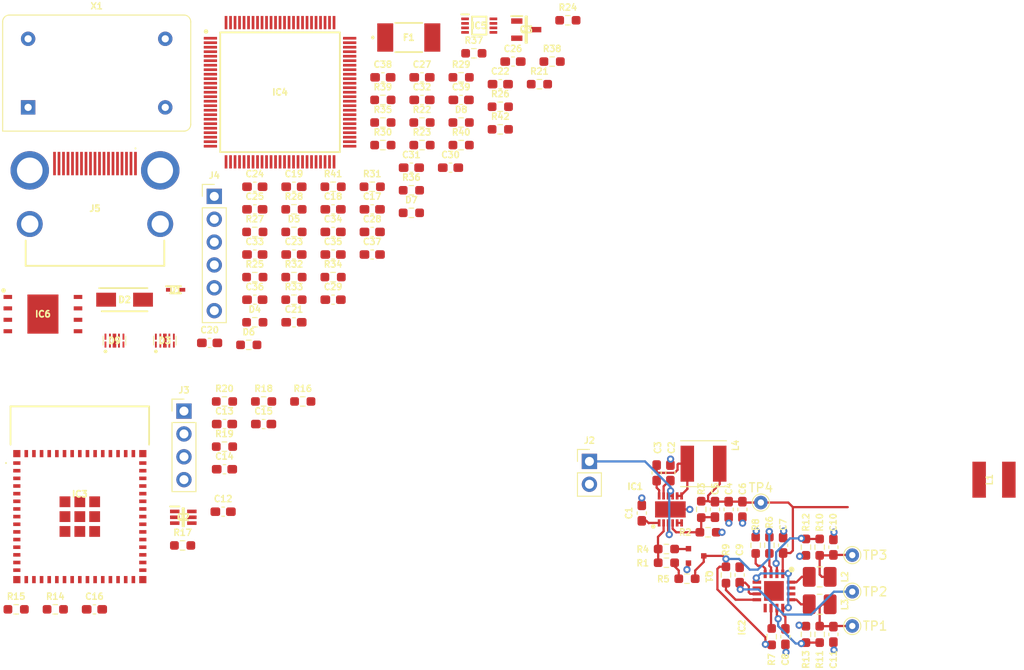
<source format=kicad_pcb>
(kicad_pcb (version 20211014) (generator pcbnew)
  (layers (0 "F.Cu" signal) (31 "B.Cu" signal) (34 "B.Paste" user) (35 "F.Paste" user) (36 "B.SilkS" user "B.Silkscreen") (37 "F.SilkS" user "F.Silkscreen") (38 "B.Mask" user) (39 "F.Mask" user) (44 "Edge.Cuts" user))
  (net 0 "")
  (net 1 "Net-(C1-Pad1)")
  (net 2 "GND")
  (net 3 "Net-(C3-Pad1)")
  (net 4 "Net-(C3-Pad2)")
  (net 5 "ISL_5V")
  (net 6 "Net-(C5-Pad1)")
  (net 7 "ISL_2V5_LDO")
  (net 8 "ISL_3V3")
  (net 9 "ISL_1V2")
  (net 10 "EN")
  (net 11 "BOOT0")
  (net 12 "HDMI_5V")
  (net 13 "HDMI_D2_P")
  (net 14 "HDMI_D2_M")
  (net 15 "HDMI_D1_P")
  (net 16 "HDMI_D1_M")
  (net 17 "HDMI_D0_P")
  (net 18 "HDMI_D0_M")
  (net 19 "HDMI_CLK_P")
  (net 20 "HDMI_CLK_M")
  (net 21 "Net-(D1-Pad2)")
  (net 22 "Net-(D2-Pad1)")
  (net 23 "HDMI_HPD")
  (net 24 "HDMI_SDA")
  (net 25 "HDMI_SCL")
  (net 26 "HDMI_CEC")
  (net 27 "ISL8500_PG")
  (net 28 "Net-(IC1-Pad10)")
  (net 29 "Net-(IC2-Pad2)")
  (net 30 "Net-(IC2-Pad3)")
  (net 31 "Net-(IC2-Pad4)")
  (net 33 "Net-(IC2-Pad8)")
  (net 34 "Net-(IC2-Pad10)")
  (net 35 "Net-(IC2-Pad11)")
  (net 36 "Net-(IC2-Pad13)")
  (net 37 "Net-(IC2-Pad16)")
  (net 62 "SPI_CS0")
  (net 63 "SPI_MOSI")
  (net 64 "SPI_SCK")
  (net 65 "SPI_MISO")
  (net 71 "TXD")
  (net 72 "RXD")
  (net 75 "Net-(IC4-Pad1)")
  (net 85 "FLASH_CS")
  (net 88 "FLASH_SI")
  (net 101 "FLASH_SO")
  (net 105 "FLASH_SCK")
  (net 107 "HDMI_TX_HPD")
  (net 119 "FPGA_TMS")
  (net 120 "FPGA_TDO")
  (net 121 "FPGA_TCK")
  (net 125 "OSC_IN")
  (net 131 "FPGA_TDI")
  (net 132 "FPGA_HDMI_SCL")
  (net 133 "FPGA_HDMI_SDA")
  (net 134 "Net-(IC5-Pad7)")
  (net 135 "Net-(IC6-Pad3)")
  (net 136 "FLASH_CLK")
  (net 137 "Net-(IC6-Pad7)")
  (net 138 "RTS")
  (net 139 "DTR")
  (net 140 "Net-(J5-Pad11)")
  (net 142 "Net-(Q1-Pad1)")
  (net 143 "PG")
  (net 144 "Net-(Q2-Pad1)")
  (net 145 "Net-(Q2-Pad2)")
  (net 146 "Net-(Q3-Pad2)")
  (net 147 "Net-(R28-Pad2)")
  (net 150 "Net-(C2-Pad1)")
  (footprint "fpga:DIOM5126X265N" (layer "F.Cu") (at 122.842 90.74)
    (fp_text reference "D2")
    (fp_text value "DIODE" hide)
  )
  (footprint "fpga:QFP50P1600X1600X120-100N" (layer "F.Cu") (at 140.117 67.685)
    (fp_text reference "IC4")
    (fp_text value "XC3S250E-4VQG100C" hide)
  )
  (footprint "TestPoint:TestPoint_THTPad_D1.5mm_Drill0.7mm" (layer "F.Cu") (at 193.548 113.284)
    (fp_text reference "TP4")
    (fp_text value "TestPoint")
  )
  (footprint "Capacitor_SMD:C_0603_1608Metric_Pad1.08x0.95mm_HandSolder" (layer "F.Cu") (at 150.362 85.72)
    (fp_text reference "C37")
    (fp_text value "100n/25V")
  )
  (footprint "Resistor_SMD:R_0603_1608Metric_Pad0.98x0.95mm_HandSolder" (layer "F.Cu") (at 141.662 88.23)
    (fp_text reference "R32")
    (fp_text value "4k7")
  )
  (footprint "Resistor_SMD:R_0603_1608Metric_Pad0.98x0.95mm_HandSolder" (layer "F.Cu") (at 198.560195 127.933 90)
    (fp_text reference "R13")
    (fp_text value "20k")
  )
  (footprint "Resistor_SMD:R_0603_1608Metric_Pad0.98x0.95mm_HandSolder" (layer "F.Cu") (at 194.496195 118.027 -90)
    (fp_text reference "R6")
    (fp_text value "0R")
  )
  (footprint "Resistor_SMD:R_0603_1608Metric_Pad0.98x0.95mm_HandSolder" (layer "F.Cu") (at 137.312 88.23)
    (fp_text reference "R25")
    (fp_text value "4k7")
  )
  (footprint "Resistor_SMD:R_0603_1608Metric_Pad0.98x0.95mm_HandSolder" (layer "F.Cu") (at 155.892 71.05)
    (fp_text reference "R22")
    (fp_text value "100k")
  )
  (footprint "fpga:SON127P800X600X80-9N-D" (layer "F.Cu") (at 113.767 92.34)
    (fp_text reference "IC6")
    (fp_text value "W25N512GVEIG" hide)
  )
  (footprint "Resistor_SMD:R_0603_1608Metric_Pad0.98x0.95mm_HandSolder" (layer "F.Cu") (at 146.012 78.19)
    (fp_text reference "R41")
    (fp_text value "49R9")
  )
  (footprint "Capacitor_SMD:C_0603_1608Metric_Pad1.08x0.95mm_HandSolder" (layer "F.Cu") (at 133.942 104.56)
    (fp_text reference "C13")
    (fp_text value "1u")
  )
  (footprint "Resistor_SMD:R_0603_1608Metric_Pad0.98x0.95mm_HandSolder" (layer "F.Cu") (at 129.292 118.05)
    (fp_text reference "R17")
    (fp_text value "0R")
  )
  (footprint "Capacitor_SMD:C_0603_1608Metric_Pad1.08x0.95mm_HandSolder" (layer "F.Cu") (at 160.242 68.54)
    (fp_text reference "C39")
    (fp_text value "100n/25V")
  )
  (footprint "Capacitor_SMD:C_0603_1608Metric_Pad1.08x0.95mm_HandSolder" (layer "F.Cu") (at 166.002 64.28)
    (fp_text reference "C26")
    (fp_text value "100n/25V")
  )
  (footprint "Capacitor_SMD:C_0603_1608Metric_Pad1.08x0.95mm_HandSolder" (layer "F.Cu") (at 141.662 78.19)
    (fp_text reference "C19")
    (fp_text value "100n/25V")
  )
  (footprint "fpga:RCLAMP0524PATCT" (layer "F.Cu") (at 127.317 95.29)
    (fp_text reference "D3")
    (fp_text value "RCLAMP0524PATCT" hide)
  )
  (footprint "Capacitor_SMD:C_0603_1608Metric_Pad1.08x0.95mm_HandSolder" (layer "F.Cu") (at 201.608195 118.24 90)
    (fp_text reference "C10")
    (fp_text value "10u/6.3V")
  )
  (footprint "Capacitor_SMD:C_0603_1608Metric_Pad1.08x0.95mm_HandSolder" (layer "F.Cu") (at 164.592 66.79)
    (fp_text reference "C22")
    (fp_text value "100n/25V")
  )
  (footprint "Resistor_SMD:R_0603_1608Metric_Pad0.98x0.95mm_HandSolder" (layer "F.Cu") (at 170.352 64.28)
    (fp_text reference "R38")
    (fp_text value "49R9")
  )
  (footprint "Resistor_SMD:R_0603_1608Metric_Pad0.98x0.95mm_HandSolder" (layer "F.Cu") (at 151.542 73.56)
    (fp_text reference "R30")
    (fp_text value "0R")
  )
  (footprint "TestPoint:TestPoint_THTPad_D1.5mm_Drill0.7mm" (layer "F.Cu") (at 203.708 123.19)
    (fp_text reference "TP2")
    (fp_text value "TestPoint")
  )
  (footprint "Resistor_SMD:R_0603_1608Metric_Pad0.98x0.95mm_HandSolder" (layer "F.Cu") (at 141.662 83.21)
    (fp_text reference "D5")
    (fp_text value "D_TVS")
  )
  (footprint "supply:TO-236AB" (layer "F.Cu") (at 186.353 119.209 90)
    (fp_text reference "Q1")
    (fp_text value "Q_NPN_BEC")
  )
  (footprint "fpga:SODFL1608X70N" (layer "F.Cu") (at 128.512 89.64)
    (fp_text reference "D1")
    (fp_text value "DIODE" hide)
  )
  (footprint "Resistor_SMD:R_0603_1608Metric_Pad0.98x0.95mm_HandSolder" (layer "F.Cu") (at 198.560195 118.24 -90)
    (fp_text reference "R12")
    (fp_text value "20k")
  )
  (footprint "Connector_PinHeader_2.54mm:PinHeader_1x04_P2.54mm_Vertical" (layer "F.Cu") (at 129.442 103.12)
    (fp_text reference "J3")
    (fp_text value "Conn_01x04")
  )
  (footprint "Capacitor_SMD:C_0603_1608Metric_Pad1.08x0.95mm_HandSolder" (layer "F.Cu") (at 137.312 80.7)
    (fp_text reference "C25")
    (fp_text value "100n/25V")
  )
  (footprint "Capacitor_SMD:C_0603_1608Metric_Pad1.08x0.95mm_HandSolder" (layer "F.Cu") (at 196.274195 128.187 -90)
    (fp_text reference "C8")
    (fp_text value "1u/10V")
  )
  (footprint "Capacitor_SMD:C_0603_1608Metric_Pad1.08x0.95mm_HandSolder" (layer "F.Cu") (at 196.020195 118.027 90)
    (fp_text reference "C7")
    (fp_text value "10u")
  )
  (footprint "Capacitor_SMD:C_0603_1608Metric_Pad1.08x0.95mm_HandSolder" (layer "F.Cu") (at 155.892 66.03)
    (fp_text reference "C27")
    (fp_text value "100n/25V")
  )
  (footprint "fpga:SOT96P237X111-3N" (layer "F.Cu") (at 167.477 60.73)
    (fp_text reference "Q3")
    (fp_text value "FDV301N" hide)
  )
  (footprint "Resistor_SMD:R_0603_1608Metric_Pad0.98x0.95mm_HandSolder" (layer "F.Cu") (at 141.662 90.74)
    (fp_text reference "R33")
    (fp_text value "49R9")
  )
  (footprint "Resistor_SMD:R_0603_1608Metric_Pad0.98x0.95mm_HandSolder" (layer "F.Cu") (at 142.642 102.05)
    (fp_text reference "R16")
    (fp_text value "0R")
  )
  (footprint "Capacitor_SMD:C_0603_1608Metric_Pad1.08x0.95mm_HandSolder" (layer "F.Cu") (at 150.362 83.21)
    (fp_text reference "C28")
    (fp_text value "100n/25V")
  )
  (footprint "Resistor_SMD:R_0603_1608Metric_Pad0.98x0.95mm_HandSolder" (layer "F.Cu") (at 154.712 78.58)
    (fp_text reference "R36")
    (fp_text value "49R9")
  )
  (footprint "supply:NR5040T4R7N" (layer "F.Cu") (at 219.456 110.744 90)
    (fp_text reference "L1")
    (fp_text value "4.7u")
  )
  (footprint "Resistor_SMD:R_0603_1608Metric_Pad0.98x0.95mm_HandSolder" (layer "F.Cu") (at 164.592 71.81)
    (fp_text reference "R42")
    (fp_text value "0R")
  )
  (footprint "Inductor_SMD:L_Taiyo-Yuden_NR-50xx" (layer "F.Cu") (at 187.176 108.966)
    (fp_text reference "L4")
    (fp_text value "4.7u")
  )
  (footprint "Resistor_SMD:R_0603_1608Metric_Pad0.98x0.95mm_HandSolder" (layer "F.Cu") (at 154.712 81.09)
    (fp_text reference "D7")
    (fp_text value "D_TVS")
  )
  (footprint "Resistor_SMD:R_0603_1608Metric_Pad0.98x0.95mm_HandSolder" (layer "F.Cu") (at 200.084195 118.24 90)
    (fp_text reference "R10")
    (fp_text value "62k5")
  )
  (footprint "Capacitor_SMD:C_0603_1608Metric_Pad1.08x0.95mm_HandSolder" (layer "F.Cu") (at 151.542 66.03)
    (fp_text reference "C38")
    (fp_text value "100n/25V")
  )
  (footprint "Capacitor_SMD:C_0603_1608Metric_Pad1.08x0.95mm_HandSolder" (layer "F.Cu") (at 137.312 85.72)
    (fp_text reference "C33")
    (fp_text value "100n/25V")
  )
  (footprint "Capacitor_SMD:C_0603_1608Metric_Pad1.08x0.95mm_HandSolder" (layer "F.Cu") (at 189.97 114.046 -90)
    (fp_text reference "C4")
    (fp_text value "47u/6.3V")
  )
  (footprint "fpga:RCLAMP0524PATCT" (layer "F.Cu") (at 121.717 95.29)
    (fp_text reference "D9")
    (fp_text value "RCLAMP0524PATCT" hide)
  )
  (footprint "Resistor_SMD:R_0603_1608Metric_Pad0.98x0.95mm_HandSolder" (layer "F.Cu") (at 200.084195 127.933 -90)
    (fp_text reference "R11")
    (fp_text value "10k")
  )
  (footprint "Resistor_SMD:R_0603_1608Metric_Pad0.98x0.95mm_HandSolder" (layer "F.Cu") (at 136.642 95.76)
    (fp_text reference "D6")
    (fp_text value "D_TVS")
  )
  (footprint "supply:QFN65P400X400X75-17N" (layer "F.Cu") (at 195.004195 123.107 -90)
    (fp_text reference "IC2")
    (fp_text value "ISL9307IRTAANFZ-T7A" hide)
  )
  (footprint "Resistor_SMD:R_0603_1608Metric_Pad0.98x0.95mm_HandSolder" (layer "F.Cu") (at 137.312 93.25)
    (fp_text reference "D4")
    (fp_text value "D_TVS")
  )
  (footprint "Capacitor_SMD:C_0603_1608Metric_Pad1.08x0.95mm_HandSolder" (layer "F.Cu") (at 201.608195 127.933 -90)
    (fp_text reference "C11")
    (fp_text value "10u/6.3V")
  )
  (footprint "Resistor_SMD:R_0603_1608Metric_Pad0.98x0.95mm_HandSolder" (layer "F.Cu") (at 110.792 125.15)
    (fp_text reference "R15")
    (fp_text value "0R")
  )
  (footprint "Capacitor_SMD:C_0603_1608Metric_Pad1.08x0.95mm_HandSolder" (layer "F.Cu") (at 146.012 80.7)
    (fp_text reference "C18")
    (fp_text value "100n/25V")
  )
  (footprint "TestPoint:TestPoint_THTPad_D1.5mm_Drill0.7mm" (layer "F.Cu") (at 203.708 127)
    (fp_text reference "TP1")
    (fp_text value "TestPoint")
  )
  (footprint "Capacitor_SMD:C_0603_1608Metric_Pad1.08x0.95mm_HandSolder" (layer "F.Cu") (at 133.792 114.3)
    (fp_text reference "C12")
    (fp_text value "100n/25V")
  )
  (footprint "Capacitor_SMD:C_0603_1608Metric_Pad1.08x0.95mm_HandSolder" (layer "F.Cu") (at 138.292 104.56)
    (fp_text reference "C15")
    (fp_text value "100n/25V")
  )
  (footprint "Resistor_SMD:R_0603_1608Metric_Pad0.98x0.95mm_HandSolder" (layer "F.Cu") (at 187.684 116.586)
    (fp_text reference "R2")
    (fp_text value "57.1k")
  )
  (footprint "Capacitor_SMD:C_0603_1608Metric_Pad1.08x0.95mm_HandSolder" (layer "F.Cu") (at 133.942 109.58)
    (fp_text reference "C14")
    (fp_text value "100u")
  )
  (footprint "TestPoint:TestPoint_THTPad_D1.5mm_Drill0.7mm" (layer "F.Cu") (at 203.708 119.126)
    (fp_text reference "TP3")
    (fp_text value "TestPoint")
  )
  (footprint "Resistor_SMD:R_0603_1608Metric_Pad0.98x0.95mm_HandSolder" (layer "F.Cu") (at 161.652 63.36)
    (fp_text reference "R37")
    (fp_text value "49R9")
  )
  (footprint "Resistor_SMD:R_0603_1608Metric_Pad0.98x0.95mm_HandSolder" (layer "F.Cu") (at 186.922 114.046 90)
    (fp_text reference "R3")
    (fp_text value "301k")
  )
  (footprint "Oscillator:Oscillator_DIP-14" (layer "F.Cu") (at 112.122 69.37)
    (fp_text reference "X1")
    (fp_text value "ECS-2016MV-500-BN-TR3")
  )
  (footprint "Capacitor_SMD:C_0603_1608Metric_Pad1.08x0.95mm_HandSolder" (layer "F.Cu") (at 146.012 90.74)
    (fp_text reference "C29")
    (fp_text value "100n/25V")
  )
  (footprint "Resistor_SMD:R_0603_1608Metric_Pad0.98x0.95mm_HandSolder" (layer "F.Cu") (at 185.337 121.749 180)
    (fp_text reference "R5")
    (fp_text value "3k3")
  )
  (footprint "uc:SOT65P210X110-6N" (layer "F.Cu") (at 129.367 114.92)
    (fp_text reference "Q2")
    (fp_text value "MBT3904DW1T3G" hide)
  )
  (footprint "Resistor_SMD:R_0603_1608Metric_Pad0.98x0.95mm_HandSolder" (layer "F.Cu") (at 192.972195 118.027 -90)
    (fp_text reference "R8")
    (fp_text value "0R")
  )
  (footprint "Capacitor_SMD:C_0603_1608Metric_Pad1.08x0.95mm_HandSolder" (layer "F.Cu") (at 119.492 125.15)
    (fp_text reference "C16")
    (fp_text value "100n/25V")
  )
  (footprint "Resistor_SMD:R_0603_1608Metric_Pad0.98x0.95mm_HandSolder" (layer "F.Cu") (at 160.242 73.56)
    (fp_text reference "R40")
    (fp_text value "DNP")
  )
  (footprint "Inductor_SMD:L_1008_2520Metric_Pad1.43x2.20mm_HandSolder" (layer "F.Cu") (at 200.084195 121.542)
    (fp_text reference "L2")
    (fp_text value "1.5u")
  )
  (footprint "Capacitor_SMD:C_0603_1608Metric_Pad1.08x0.95mm_HandSolder" (layer "F.Cu") (at 155.892 68.54)
    (fp_text reference "C32")
    (fp_text value "100n/25V")
  )
  (footprint "uc:ESP32S2MINI1N4R2" (layer "F.Cu") (at 117.867 114.845)
    (fp_text reference "IC3")
    (fp_text value "ESP32-S2-MINI-1-N4R2" hide)
  )
  (footprint "Capacitor_SMD:C_0603_1608Metric_Pad1.08x0.95mm_HandSolder" (layer "F.Cu") (at 180.318 114.4535 90)
    (fp_text reference "C1")
    (fp_text value "22n/50V")
  )
  (footprint "Capacitor_SMD:C_0603_1608Metric_Pad1.08x0.95mm_HandSolder" (layer "F.Cu") (at 159.062 76.07)
    (fp_text reference "C30")
    (fp_text value "100n/25V")
  )
  (footprint "Resistor_SMD:R_0603_1608Metric_Pad0.98x0.95mm_HandSolder" (layer "F.Cu") (at 151.542 68.54)
    (fp_text reference "R39")
    (fp_text value "49R9")
  )
  (footprint "Capacitor_SMD:C_0603_1608Metric_Pad1.08x0.95mm_HandSolder" (layer "F.Cu") (at 141.662 93.25)
    (fp_text reference "C21")
    (fp_text value "100n/25V")
  )
  (footprint "Resistor_SMD:R_0603_1608Metric_Pad0.98x0.95mm_HandSolder" (layer "F.Cu") (at 183.051 118.447)
    (fp_text reference "R4")
    (fp_text value "47k")
  )
  (footprint "Resistor_SMD:R_0603_1608Metric_Pad0.98x0.95mm_HandSolder" (layer "F.Cu") (at 172.102 59.69)
    (fp_text reference "R24")
    (fp_text value "10k")
  )
  (footprint "Capacitor_SMD:C_0603_1608Metric_Pad1.08x0.95mm_HandSolder" (layer "F.Cu") (at 146.012 85.72)
    (fp_text reference "C35")
    (fp_text value "100n/25V")
  )
  (footprint "Capacitor_SMD:C_0603_1608Metric_Pad1.08x0.95mm_HandSolder" (layer "F.Cu") (at 150.362 80.7)
    (fp_text reference "C17")
    (fp_text value "100n/25V")
  )
  (footprint "Resistor_SMD:R_0603_1608Metric_Pad0.98x0.95mm_HandSolder" (layer "F.Cu") (at 155.892 73.56)
    (fp_text reference "R23")
    (fp_text value "0R")
  )
  (footprint "Resistor_SMD:R_0603_1608Metric_Pad0.98x0.95mm_HandSolder" (layer "F.Cu") (at 151.542 71.05)
    (fp_text reference "R35")
    (fp_text value "49R9")
  )
  (footprint "Resistor_SMD:R_0603_1608Metric_Pad0.98x0.95mm_HandSolder" (layer "F.Cu") (at 133.942 102.05)
    (fp_text reference "R20")
    (fp_text value "10k")
  )
  (footprint "Capacitor_SMD:C_0603_1608Metric_Pad1.08x0.95mm_HandSolder" (layer "F.Cu") (at 191.194195 121.329 90)
    (fp_text reference "C9")
    (fp_text value "1u/10V")
  )
  (footprint "Resistor_SMD:R_0603_1608Metric_Pad0.98x0.95mm_HandSolder" (layer "F.Cu") (at 160.242 66.03)
    (fp_text reference "R29")
    (fp_text value "0R")
  )
  (footprint "Capacitor_SMD:C_0603_1608Metric_Pad1.08x0.95mm_HandSolder" (layer "F.Cu") (at 181.969 109.982 -90)
    (fp_text reference "C3")
    (fp_text value "100n/25V")
  )
  (footprint "Capacitor_SMD:C_0603_1608Metric_Pad1.08x0.95mm_HandSolder" (layer "F.Cu") (at 183.493 109.982 90)
    (fp_text reference "C2")
    (fp_text value "1u/10V")
  )
  (footprint "Capacitor_SMD:C_0603_1608Metric_Pad1.08x0.95mm_HandSolder" (layer "F.Cu") (at 137.312 90.74)
    (fp_text reference "C36")
    (fp_text value "100n/25V")
  )
  (footprint "Resistor_SMD:R_0603_1608Metric_Pad0.98x0.95mm_HandSolder" (layer "F.Cu") (at 160.242 71.05)
    (fp_text reference "D8")
    (fp_text value "D_TVS")
  )
  (footprint "Resistor_SMD:R_0603_1608Metric_Pad0.98x0.95mm_HandSolder" (layer "F.Cu") (at 150.362 78.19)
    (fp_text reference "R31")
    (fp_text value "4k7")
  )
  (footprint "fpga:HD0419THTR" (layer "F.Cu") (at 119.554 81.173)
    (fp_text reference "J5")
    (fp_text value "HDMI_A" hide)
  )
  (footprint "Resistor_SMD:R_0603_1608Metric_Pad0.98x0.95mm_HandSolder" (layer "F.Cu") (at 138.292 102.05)
    (fp_text reference "R18")
    (fp_text value "0R")
  )
  (footprint "Capacitor_SMD:C_0603_1608Metric_Pad1.08x0.95mm_HandSolder" (layer "F.Cu") (at 137.312 78.19)
    (fp_text reference "C24")
    (fp_text value "100n/25V")
  )
  (footprint "Resistor_SMD:R_0603_1608Metric_Pad0.98x0.95mm_HandSolder" (layer "F.Cu") (at 133.942 107.07)
    (fp_text reference "R19")
    (fp_text value "10k")
  )
  (footprint "Inductor_SMD:L_1008_2520Metric_Pad1.43x2.20mm_HandSolder" (layer "F.Cu") (at 200.084195 124.59)
    (fp_text reference "L3")
    (fp_text value "1.5u/2.4A")
  )
  (footprint "fpga:1812L010DR" (layer "F.Cu") (at 154.422 61.605)
    (fp_text reference "F1")
    (fp_text value "1812L160_12DR" hide)
  )
  (footprint "Capacitor_SMD:C_0603_1608Metric_Pad1.08x0.95mm_HandSolder" (layer "F.Cu") (at 132.292 95.54)
    (fp_text reference "C20")
    (fp_text value "100n/25V")
  )
  (footprint "Capacitor_SMD:C_0603_1608Metric_Pad1.08x0.95mm_HandSolder" (layer "F.Cu") (at 188.446 114.046 90)
    (fp_text reference "C5")
    (fp_text value "47u/6.3V")
  )
  (footprint "Capacitor_SMD:C_0603_1608Metric_Pad1.08x0.95mm_HandSolder" (layer "F.Cu") (at 191.494 114.046 -90)
    (fp_text reference "C6")
    (fp_text value "22u/6.3V")
  )
  (footprint "fpga:SOP50P310X90-8N" (layer "F.Cu") (at 162.252 60.285)
    (fp_text reference "IC5")
    (fp_text value "PCA9306DCUR" hide)
  )
  (footprint "Resistor_SMD:R_0603_1608Metric_Pad0.98x0.95mm_HandSolder" (layer "F.Cu") (at 189.670195 121.329 -90)
    (fp_text reference "R9")
    (fp_text value "0R")
  )
  (footprint "Resistor_SMD:R_0603_1608Metric_Pad0.98x0.95mm_HandSolder" (layer "F.Cu") (at 141.662 80.7)
    (fp_text reference "R28")
    (fp_text value "0R")
  )
  (footprint "Resistor_SMD:R_0603_1608Metric_Pad0.98x0.95mm_HandSolder" (layer "F.Cu") (at 137.312 83.21)
    (fp_text reference "R27")
    (fp_text value "200k")
  )
  (footprint "Resistor_SMD:R_0603_1608Metric_Pad0.98x0.95mm_HandSolder" (layer "F.Cu") (at 164.592 69.3)
    (fp_text reference "R26")
    (fp_text value "4k7")
  )
  (footprint "Resistor_SMD:R_0603_1608Metric_Pad0.98x0.95mm_HandSolder" (layer "F.Cu") (at 168.942 66.79)
    (fp_text reference "R21")
    (fp_text value "0R")
  )
  (footprint "Capacitor_SMD:C_0603_1608Metric_Pad1.08x0.95mm_HandSolder" (layer "F.Cu") (at 146.012 83.21)
    (fp_text reference "C34")
    (fp_text value "100n/25V")
  )
  (footprint "Resistor_SMD:R_0603_1608Metric_Pad0.98x0.95mm_HandSolder" (layer "F.Cu") (at 194.750195 128.187 90)
    (fp_text reference "R7")
    (fp_text value "0R")
  )
  (footprint "Connector_PinHeader_2.54mm:PinHeader_1x02_P2.54mm_Vertical" (layer "F.Cu") (at 174.498 108.712)
    (fp_text reference "J2")
    (fp_text value "Conn_01x02_Male")
  )
  (footprint "Resistor_SMD:R_0603_1608Metric_Pad0.98x0.95mm_HandSolder" (layer "F.Cu") (at 146.012 88.23)
    (fp_text reference "R34")
    (fp_text value "49R9")
  )
  (footprint "Capacitor_SMD:C_0603_1608Metric_Pad1.08x0.95mm_HandSolder" (layer "F.Cu") (at 141.662 85.72)
    (fp_text reference "C23")
    (fp_text value "100n/25V")
  )
  (footprint "Resistor_SMD:R_0603_1608Metric_Pad0.98x0.95mm_HandSolder" (layer "F.Cu") (at 115.142 125.15)
    (fp_text reference "R14")
    (fp_text value "10k")
  )
  (footprint "Resistor_SMD:R_0603_1608Metric_Pad0.98x0.95mm_HandSolder" (layer "F.Cu") (at 183.051 119.971 180)
    (fp_text reference "R1")
    (fp_text value "10k")
  )
  (footprint "Capacitor_SMD:C_0603_1608Metric_Pad1.08x0.95mm_HandSolder" (layer "F.Cu") (at 154.712 76.07)
    (fp_text reference "C31")
    (fp_text value "100n/25V")
  )
  (footprint "supply:SON50P300X400X90-13N" (layer "F.Cu") (at 183.493 114.046 90)
    (fp_text reference "IC1")
    (fp_text value "ISL85003FRZ" hide)
  )
  (footprint "Connector_PinHeader_2.54mm:PinHeader_1x06_P2.54mm_Vertical" (layer "F.Cu") (at 132.812 79.26)
    (fp_text reference "J4")
    (fp_text value "JTAG")
  )
  (segment (start 180.318 115.316) (end 180.826 115.316) (width 0.25) (layer "F.Cu") (net 1))
  (segment (start 181.104 115.546) (end 182.243 115.546) (width 0.25) (layer "F.Cu") (net 1))
  (segment (start 180.826 115.316) (end 181.08 115.57) (width 0.25) (layer "F.Cu") (net 1))
  (segment (start 181.08 115.57) (end 181.104 115.546) (width 0.25) (layer "F.Cu") (net 1))
  (segment (start 201.608195 116.653805) (end 201.676 116.586) (width 0.25) (layer "F.Cu") (net 2))
  (segment (start 189.97 115.548) (end 189.992 115.57) (width 0.25) (layer "F.Cu") (net 2))
  (segment (start 189.97 114.9085) (end 189.97 115.548) (width 0.25) (layer "F.Cu") (net 2))
  (segment (start 201.608195 128.7955) (end 201.608195 129.599195) (width 0.25) (layer "F.Cu") (net 2))
  (segment (start 188.5965 116.586) (end 189.23 116.586) (width 0.25) (layer "F.Cu") (net 2))
  (segment (start 191.494 115.802) (end 191.494 114.9085) (width 0.25) (layer "F.Cu") (net 2))
  (segment (start 183.493 114.046) (end 185.652 114.046) (width 0.25) (layer "F.Cu") (net 2))
  (segment (start 196.020195 116.526805) (end 196.020195 117.1645) (width 0.25) (layer "F.Cu") (net 2))
  (segment (start 197.866 119.253) (end 197.9665 119.1525) (width 0.25) (layer "F.Cu") (net 2))
  (segment (start 185.503 120.567) (end 185.337 120.733) (width 0.25) (layer "F.Cu") (net 2))
  (segment (start 192.972195 116.526805) (end 192.972195 117.1145) (width 0.25) (layer "F.Cu") (net 2))
  (segment (start 184.243 115.546) (end 184.743 115.546) (width 0.25) (layer "F.Cu") (net 2))
  (segment (start 196.088 116.459) (end 196.020195 116.526805) (width 0.25) (layer "F.Cu") (net 2))
  (segment (start 183.493 109.1195) (end 183.493 108.48) (width 0.25) (layer "F.Cu") (net 2))
  (segment (start 197.901695 127.0205) (end 197.798195 126.917) (width 0.25) (layer "F.Cu") (net 2))
  (segment (start 197.9665 119.1525) (end 198.560195 119.1525) (width 0.25) (layer "F.Cu") (net 2))
  (segment (start 183.493 108.48) (end 183.515 108.458) (width 0.25) (layer "F.Cu") (net 2))
  (segment (start 193.04 116.459) (end 192.972195 116.526805) (width 0.25) (layer "F.Cu") (net 2))
  (segment (start 180.318 113.591) (end 180.318 112.776) (width 0.25) (layer "F.Cu") (net 2))
  (segment (start 201.608195 129.599195) (end 201.676 129.667) (width 0.25) (layer "F.Cu") (net 2))
  (segment (start 196.274195 129.853195) (end 196.342 129.921) (width 0.25) (layer "F.Cu") (net 2))
  (segment (start 198.560195 127.0205) (end 197.901695 127.0205) (width 0.25) (layer "F.Cu") (net 2))
  (segment (start 185.503 120.009) (end 185.503 120.567) (width 0.25) (layer "F.Cu") (net 2))
  (segment (start 196.274195 129.0495) (end 196.274195 129.853195) (width 0.25) (layer "F.Cu") (net 2))
  (segment (start 201.608195 117.3775) (end 201.608195 116.653805) (width 0.25) (layer "F.Cu") (net 2))
  (segment (start 191.516 115.57) (end 191.494 115.802) (width 0.25) (layer "F.Cu") (net 2))
  (via (at 201.676 116.586) (size 0.8) (drill 0.4) (layers "F.Cu" "B.Cu") (net 2))
  (via (at 201.676 129.667) (size 0.8) (drill 0.4) (layers "F.Cu" "B.Cu") (net 2))
  (via (at 191.516 115.57) (size 0.8) (drill 0.4) (layers "F.Cu" "B.Cu") (net 2))
  (via (at 180.318 112.776) (size 0.8) (drill 0.4) (layers "F.Cu" "B.Cu") (net 2))
  (via (at 196.088 116.459) (size 0.8) (drill 0.4) (layers "F.Cu" "B.Cu") (net 2))
  (via (at 185.337 120.733) (size 0.8) (drill 0.4) (layers "F.Cu" "B.Cu") (net 2))
  (via (at 183.515 108.458) (size 0.8) (drill 0.4) (layers "F.Cu" "B.Cu") (net 2))
  (via (at 189.23 116.586) (size 0.8) (drill 0.4) (layers "F.Cu" "B.Cu") (net 2))
  (via (at 196.342 129.921) (size 0.8) (drill 0.4) (layers "F.Cu" "B.Cu") (net 2))
  (via (at 197.866 119.253) (size 0.8) (drill 0.4) (layers "F.Cu" "B.Cu") (net 2))
  (via (at 197.798195 126.917) (size 0.8) (drill 0.4) (layers "F.Cu" "B.Cu") (net 2))
  (via (at 185.652 114.046) (size 0.8) (drill 0.4) (layers "F.Cu" "B.Cu") (net 2))
  (via (at 193.04 116.459) (size 0.8) (drill 0.4) (layers "F.Cu" "B.Cu") (net 2))
  (via (at 189.992 115.57) (size 0.8) (drill 0.4) (layers "F.Cu" "B.Cu") (net 2))
  (segment (start 185.376 111.738) (end 185.376 108.966) (width 0.25) (layer "F.Cu") (net 3))
  (segment (start 184.612 112.546) (end 184.743 112.546) (width 0.25) (layer "F.Cu") (net 3))
  (segment (start 184.29252 109.05548) (end 184.382 108.966) (width 0.25) (layer "F.Cu") (net 3))
  (segment (start 184.743 112.415) (end 185.398 111.76) (width 0.25) (layer "F.Cu") (net 3))
  (segment (start 184.382 108.966) (end 185.376 108.966) (width 0.25) (layer "F.Cu") (net 3))
  (segment (start 184.243 112.546) (end 184.406 112.546) (width 0.25) (layer "F.Cu") (net 3))
  (segment (start 182.096 109.982) (end 183.962816 109.982) (width 0.25) (layer "F.Cu") (net 3))
  (segment (start 184.243 112.546) (end 184.29252 112.49648) (width 0.25) (layer "F.Cu") (net 3))
  (segment (start 184.743 112.546) (end 184.743 112.415) (width 0.25) (layer "F.Cu") (net 3))
  (segment (start 184.29252 109.652296) (end 184.29252 109.05548) (width 0.25) (layer "F.Cu") (net 3))
  (segment (start 184.406 112.546) (end 184.612 112.546) (width 0.25) (layer "F.Cu") (net 3))
  (segment (start 185.398 111.76) (end 185.376 111.738) (width 0.25) (layer "F.Cu") (net 3))
  (segment (start 183.962816 109.982) (end 184.29252 109.652296) (width 0.25) (layer "F.Cu") (net 3))
  (segment (start 181.969 109.855) (end 182.096 109.982) (width 0.25) (layer "F.Cu") (net 3))
  (segment (start 181.969 109.1195) (end 181.969 109.855) (width 0.25) (layer "F.Cu") (net 3))
  (segment (start 181.969 111.633) (end 181.969 110.9715) (width 0.25) (layer "F.Cu") (net 4))
  (segment (start 182.243 111.907) (end 181.969 111.633) (width 0.25) (layer "F.Cu") (net 4))
  (segment (start 182.243 112.546) (end 182.243 111.907) (width 0.25) (layer "F.Cu") (net 4))
  (segment (start 196.596 113.284) (end 197.104 113.792) (width 0.25) (layer "F.Cu") (net 5))
  (segment (start 196.557 125.007) (end 196.596 124.968) (width 0.25) (layer "F.Cu") (net 5))
  (segment (start 187.5805 113.1335) (end 187.684 113.03) (width 0.25) (layer "F.Cu") (net 5))
  (segment (start 196.274195 125.9825) (end 196.274195 127.3245) (width 0.25) (layer "F.Cu") (net 5))
  (segment (start 191.494 113.1835) (end 191.5945 113.284) (width 0.25) (layer "F.Cu") (net 5))
  (segment (start 197.104 113.792) (end 203.2 113.792) (width 0.25) (layer "F.Cu") (net 5))
  (segment (start 193.104195 122.132) (end 193.104195 121.730195) (width 0.25) (layer "F.Cu") (net 5))
  (segment (start 195.979195 125.007) (end 195.979195 125.6875) (width 0.25) (layer "F.Cu") (net 5))
  (segment (start 188.446 113.1835) (end 187.8375 113.1835) (width 0.25) (layer "F.Cu") (net 5))
  (segment (start 195.979195 118.9305) (end 196.020195 118.8895) (width 0.25) (layer "F.Cu") (net 5))
  (segment (start 195.979195 121.207) (end 196.547 121.207) (width 0.25) (layer "F.Cu") (net 5))
  (segment (start 196.547 121.207) (end 196.596 121.158) (width 0.25) (layer "F.Cu") (net 5))
  (segment (start 186.922 113.1335) (end 187.5805 113.1335) (width 0.25) (layer "F.Cu") (net 5))
  (segment (start 184.4245 120.8365) (end 184.4245 121.749) (width 0.25) (layer "F.Cu") (net 5))
  (segment (start 193.104195 121.730195) (end 193.04 121.666) (width 0.25) (layer "F.Cu") (net 5))
  (segment (start 187.684 112.522) (end 188.976 111.23) (width 0.25) (layer "F.Cu") (net 5))
  (segment (start 197.104 113.792) (end 197.104 118.618) (width 0.25) (layer "F.Cu") (net 5))
  (segment (start 183.9635 119.971) (end 183.9635 120.3755) (width 0.25) (layer "F.Cu") (net 5))
  (segment (start 183.9635 120.3755) (end 184.4245 120.8365) (width 0.25) (layer "F.Cu") (net 5))
  (segment (start 197.104 118.618) (end 196.8325 118.8895) (width 0.25) (layer "F.Cu") (net 5))
  (segment (start 191.5945 113.284) (end 193.548 113.284) (width 0.25) (layer "F.Cu") (net 5))
  (segment (start 188.976 111.23) (end 188.976 108.966) (width 0.25) (layer "F.Cu") (net 5))
  (segment (start 195.979195 125.007) (end 196.557 125.007) (width 0.25) (layer "F.Cu") (net 5))
  (segment (start 196.8325 118.8895) (end 196.020195 118.8895) (width 0.25) (layer "F.Cu") (net 5))
  (segment (start 187.8375 113.1835) (end 187.684 113.03) (width 0.25) (layer "F.Cu") (net 5))
  (segment (start 187.684 113.03) (end 187.684 112.522) (width 0.25) (layer "F.Cu") (net 5))
  (segment (start 188.446 113.1835) (end 191.494 113.1835) (width 0.25) (layer "F.Cu") (net 5))
  (segment (start 193.548 113.284) (end 196.596 113.284) (width 0.25) (layer "F.Cu") (net 5))
  (segment (start 195.979195 125.6875) (end 196.274195 125.9825) (width 0.25) (layer "F.Cu") (net 5))
  (segment (start 195.979195 121.207) (end 195.979195 118.9305) (width 0.25) (layer "F.Cu") (net 5))
  (via (at 196.596 121.158) (size 0.8) (drill 0.4) (layers "F.Cu" "B.Cu") (net 5))
  (via (at 193.04 121.666) (size 0.8) (drill 0.4) (layers "F.Cu" "B.Cu") (net 5))
  (via (at 196.596 124.968) (size 0.8) (drill 0.4) (layers "F.Cu" "B.Cu") (net 5))
  (segment (start 196.596 124.968) (end 196.596 121.158) (width 0.25) (layer "B.Cu") (net 5))
  (segment (start 193.548 121.158) (end 193.04 121.666) (width 0.25) (layer "B.Cu") (net 5))
  (segment (start 196.596 121.158) (end 193.548 121.158) (width 0.25) (layer "B.Cu") (net 5))
  (segment (start 184.090511 116.539897) (end 184.090511 116.543511) (width 0.25) (layer "F.Cu") (net 6))
  (segment (start 186.922 115.2595) (end 186.7715 115.109) (width 0.25) (layer "F.Cu") (net 6))
  (segment (start 184.133 116.586) (end 186.7715 116.586) (width 0.25) (layer "F.Cu") (net 6))
  (segment (start 186.7715 116.586) (end 186.922 116.4355) (width 0.25) (layer "F.Cu") (net 6))
  (segment (start 183.743 116.192386) (end 184.090511 116.539897) (width 0.25) (layer "F.Cu") (net 6))
  (segment (start 188.446 114.9085) (end 186.972 114.9085) (width 0.25) (layer "F.Cu") (net 6))
  (segment (start 186.922 116.4355) (end 186.922 115.2595) (width 0.25) (layer "F.Cu") (net 6))
  (segment (start 183.743 115.546) (end 183.743 116.192386) (width 0.25) (layer "F.Cu") (net 6))
  (segment (start 184.090511 116.543511) (end 184.133 116.586) (width 0.25) (layer "F.Cu") (net 6))
  (segment (start 193.104195 123.432) (end 192.379195 123.432) (width 0.25) (layer "F.Cu") (net 7))
  (segment (start 192.210195 123.263) (end 192.210195 122.599) (width 0.25) (layer "F.Cu") (net 7))
  (segment (start 192.210195 122.599) (end 191.802695 122.1915) (width 0.25) (layer "F.Cu") (net 7))
  (segment (start 191.802695 122.1915) (end 191.194195 122.1915) (width 0.25) (layer "F.Cu") (net 7))
  (segment (start 191.262 122.936) (end 191.194195 122.868195) (width 0.25) (layer "F.Cu") (net 7))
  (segment (start 191.194195 122.868195) (end 191.194195 122.1915) (width 0.25) (layer "F.Cu") (net 7))
  (segment (start 192.379195 123.432) (end 192.210195 123.263) (width 0.25) (layer "F.Cu") (net 7))
  (via (at 191.262 122.936) (size 0.8) (drill 0.4) (layers "F.Cu" "B.Cu") (net 7))
  (segment (start 191.262 122.936) (end 193.294 122.936) (width 0.25) (layer "B.Cu") (net 7))
  (segment (start 196.088 125.73) (end 199.136 125.73) (width 0.25) (layer "B.Cu") (net 7))
  (segment (start 193.294 122.936) (end 196.088 125.73) (width 0.25) (layer "B.Cu") (net 7))
  (segment (start 201.676 123.19) (end 203.708 123.19) (width 0.25) (layer "B.Cu") (net 7))
  (segment (start 199.136 125.73) (end 201.676 123.19) (width 0.25) (layer "B.Cu") (net 7))
  (segment (start 200.084195 119.1525) (end 200.084195 121.288) (width 0.25) (layer "F.Cu") (net 8))
  (segment (start 203.6845 119.1025) (end 201.608195 119.1025) (width 0.25) (layer "F.Cu") (net 8))
  (segment (start 203.708 119.126) (end 203.6845 119.1025) (width 0.25) (layer "F.Cu") (net 8))
  (segment (start 200.084195 119.1525) (end 201.558195 119.1525) (width 0.25) (layer "F.Cu") (net 8))
  (segment (start 200.134195 119.1025) (end 200.084195 119.1525) (width 0.25) (layer "F.Cu") (net 8))
  (segment (start 201.558195 119.1525) (end 201.608195 119.1025) (width 0.25) (layer "F.Cu") (net 8))
  (segment (start 200.084195 121.288) (end 200.338195 121.542) (width 0.25) (layer "F.Cu") (net 8))
  (segment (start 200.338195 121.542) (end 201.246695 121.542) (width 0.25) (layer "F.Cu") (net 8))
  (segment (start 203.708 127) (end 201.678695 127) (width 0.25) (layer "F.Cu") (net 9))
  (segment (start 200.084195 124.885) (end 200.084195 127.0205) (width 0.25) (layer "F.Cu") (net 9))
  (segment (start 200.379195 124.59) (end 200.084195 124.885) (width 0.25) (layer "F.Cu") (net 9))
  (segment (start 201.558195 127.0205) (end 201.608195 127.0705) (width 0.25) (layer "F.Cu") (net 9))
  (segment (start 201.246695 124.59) (end 200.379195 124.59) (width 0.25) (layer "F.Cu") (net 9))
  (segment (start 201.678695 127) (end 201.608195 127.0705) (width 0.25) (layer "F.Cu") (net 9))
  (segment (start 200.084195 127.0205) (end 201.558195 127.0205) (width 0.25) (layer "F.Cu") (net 9))
  (segment (start 182.118 117.094) (end 182.118 118.4265) (width 0.25) (layer "F.Cu") (net 27))
  (segment (start 182.743 116.469) (end 182.118 117.094) (width 0.25) (layer "F.Cu") (net 27))
  (segment (start 182.1385 119.971) (end 182.1385 118.447) (width 0.25) (layer "F.Cu") (net 27))
  (segment (start 182.743 115.546) (end 182.743 116.469) (width 0.25) (layer "F.Cu") (net 27))
  (segment (start 182.118 118.4265) (end 182.1385 118.447) (width 0.25) (layer "F.Cu") (net 27))
  (segment (start 183.243 116.717) (end 183.243 115.546) (width 0.25) (layer "F.Cu") (net 28))
  (segment (start 183.243 112.257418) (end 183.243 112.546) (width 0.25) (layer "F.Cu") (net 28))
  (segment (start 183.366 116.84) (end 183.243 116.717) (width 0.25) (layer "F.Cu") (net 28))
  (segment (start 183.515563 111.984855) (end 183.243 112.257418) (width 0.25) (layer "F.Cu") (net 28))
  (segment (start 183.743 112.546) (end 183.243 112.546) (width 0.25) (layer "F.Cu") (net 28))
  (via (at 183.515563 111.984855) (size 0.8) (drill 0.4) (layers "F.Cu" "B.Cu") (net 28))
  (via (at 183.366 116.84) (size 0.8) (drill 0.4) (layers "F.Cu" "B.Cu") (net 28))
  (segment (start 183.366 116.84) (end 183.366 112.134418) (width 0.25) (layer "B.Cu") (net 28))
  (segment (start 183.515563 111.555209) (end 180.672354 108.712) (width 0.25) (layer "B.Cu") (net 28))
  (segment (start 183.515563 111.984855) (end 183.515563 111.555209) (width 0.25) (layer "B.Cu") (net 28))
  (segment (start 180.672354 108.712) (end 174.498 108.712) (width 0.25) (layer "B.Cu") (net 28))
  (segment (start 183.366 112.134418) (end 183.515563 111.984855) (width 0.25) (layer "B.Cu") (net 28))
  (segment (start 195.243 120.041) (end 195.329195 120.127195) (width 0.25) (layer "F.Cu") (net 29))
  (segment (start 198.497695 117.265) (end 198.560195 117.3275) (width 0.25) (layer "F.Cu") (net 29))
  (segment (start 195.329195 120.127195) (end 195.329195 121.207) (width 0.25) (layer "F.Cu") (net 29))
  (segment (start 198.052195 117.265) (end 198.497695 117.265) (width 0.25) (layer "F.Cu") (net 29))
  (segment (start 198.560195 117.3275) (end 200.084195 117.3275) (width 0.25) (layer "F.Cu") (net 29))
  (segment (start 198.202695 117.3275) (end 198.560195 117.3275) (width 0.25) (layer "F.Cu") (net 29))
  (via (at 195.243 120.041) (size 0.8) (drill 0.4) (layers "F.Cu" "B.Cu") (net 29))
  (via (at 198.052195 117.265) (size 0.8) (drill 0.4) (layers "F.Cu" "B.Cu") (net 29))
  (segment (start 196.782195 117.265) (end 198.052195 117.265) (width 0.25) (layer "B.Cu") (net 29))
  (segment (start 195.243 120.041) (end 195.243 118.804195) (width 0.25) (layer "B.Cu") (net 29))
  (segment (start 195.243 118.804195) (end 196.782195 117.265) (width 0.25) (layer "B.Cu") (net 29))
  (segment (start 194.679195 120.496) (end 194.679195 121.207) (width 0.25) (layer "F.Cu") (net 30))
  (segment (start 194.496195 120.313) (end 194.496195 119.4475) (width 0.25) (layer "F.Cu") (net 30))
  (segment (start 194.496195 120.313) (end 194.679195 120.496) (width 0.25) (layer "F.Cu") (net 30))
  (segment (start 192.972195 120.059) (end 193.226195 120.313) (width 0.25) (layer "F.Cu") (net 31))
  (segment (start 193.226195 120.313) (end 193.734195 120.313) (width 0.25) (layer "F.Cu") (net 31))
  (segment (start 194.029195 120.608) (end 194.029195 121.207) (width 0.25) (layer "F.Cu") (net 31))
  (segment (start 192.972195 119.4475) (end 192.972195 120.059) (width 0.25) (layer "F.Cu") (net 31))
  (segment (start 193.734195 120.313) (end 194.029195 120.608) (width 0.25) (layer "F.Cu") (net 31))
  (segment (start 189.670195 122.2415) (end 189.670195 123.005875) (width 0.25) (layer "F.Cu") (net 33))
  (segment (start 189.670195 123.005875) (end 190.74632 124.082) (width 0.25) (layer "F.Cu") (net 33))
  (segment (start 190.74632 124.082) (end 193.104195 124.082) (width 0.25) (layer "F.Cu") (net 33))
  (segment (start 194.679195 125.007) (end 194.679195 127.2035) (width 0.25) (layer "F.Cu") (net 34))
  (segment (start 194.679195 127.2035) (end 194.750195 127.2745) (width 0.25) (layer "F.Cu") (net 34))
  (segment (start 195.329195 126.062098) (end 195.46717 126.200073) (width 0.25) (layer "F.Cu") (net 35))
  (segment (start 198.155695 128.8455) (end 198.560195 128.8455) (width 0.25) (layer "F.Cu") (net 35))
  (segment (start 195.329195 125.007) (end 195.329195 126.062098) (width 0.25) (layer "F.Cu") (net 35))
  (segment (start 198.052195 128.949) (end 198.155695 128.8455) (width 0.25) (layer "F.Cu") (net 35))
  (segment (start 200.084195 128.8455) (end 198.560195 128.8455) (width 0.25) (layer "F.Cu") (net 35))
  (via (at 195.46717 126.200073) (size 0.8) (drill 0.4) (layers "F.Cu" "B.Cu") (net 35))
  (via (at 198.052195 128.949) (size 0.8) (drill 0.4) (layers "F.Cu" "B.Cu") (net 35))
  (segment (start 197.409598 128.949) (end 195.46717 127.006572) (width 0.25) (layer "B.Cu") (net 35))
  (segment (start 198.052195 128.949) (end 197.409598 128.949) (width 0.25) (layer "B.Cu") (net 35))
  (segment (start 195.46717 127.006572) (end 195.46717 126.200073) (width 0.25) (layer "B.Cu") (net 35))
  (segment (start 198.921695 124.59) (end 198.011195 124.59) (width 0.25) (layer "F.Cu") (net 36))
  (segment (start 197.503195 124.082) (end 196.904195 124.082) (width 0.25) (layer "F.Cu") (net 36))
  (segment (start 198.011195 124.59) (end 197.503195 124.082) (width 0.25) (layer "F.Cu") (net 36))
  (segment (start 197.503195 122.132) (end 196.904195 122.132) (width 0.25) (layer "F.Cu") (net 37))
  (segment (start 198.921695 121.542) (end 198.093195 121.542) (width 0.25) (layer "F.Cu") (net 37))
  (segment (start 198.093195 121.542) (end 197.503195 122.132) (width 0.25) (layer "F.Cu") (net 37))
  (segment (start 198.880695 121.583) (end 198.921695 121.542) (width 0.25) (layer "F.Cu") (net 37))
  (segment (start 185.465 118.447) (end 185.503 118.409) (width 0.25) (layer "F.Cu") (net 142))
  (segment (start 183.9635 118.447) (end 185.465 118.447) (width 0.25) (layer "F.Cu") (net 142))
  (segment (start 194.056 129.032) (end 194.1235 129.0995) (width 0.25) (layer "F.Cu") (net 143))
  (segment (start 194.056 129.032) (end 194.056 128.27) (width 0.25) (layer "F.Cu") (net 143))
  (segment (start 189.328195 119.209) (end 187.203 119.209) (width 0.25) (layer "F.Cu") (net 143))
  (segment (start 188.722 120.65) (end 188.9555 120.4165) (width 0.25) (layer "F.Cu") (net 143))
  (segment (start 194.1235 129.0995) (end 194.750195 129.0995) (width 0.25) (layer "F.Cu") (net 143))
  (segment (start 194.481 116.503) (end 194.481 117.099305) (width 0.25) (layer "F.Cu") (net 143))
  (segment (start 188.9555 120.4165) (end 189.670195 120.4165) (width 0.25) (layer "F.Cu") (net 143))
  (segment (start 187.203 119.883) (end 186.2495 120.8365) (width 0.25) (layer "F.Cu") (net 143))
  (segment (start 189.670195 119.551) (end 189.670195 120.4165) (width 0.25) (layer "F.Cu") (net 143))
  (segment (start 186.2495 120.8365) (end 186.2495 121.749) (width 0.25) (layer "F.Cu") (net 143))
  (segment (start 188.722 122.936) (end 188.722 120.65) (width 0.25) (layer "F.Cu") (net 143))
  (segment (start 194.481 117.099305) (end 194.496195 117.1145) (width 0.25) (layer "F.Cu") (net 143))
  (segment (start 194.056 128.27) (end 188.722 122.936) (width 0.25) (layer "F.Cu") (net 143))
  (segment (start 187.203 119.209) (end 187.203 119.883) (width 0.25) (layer "F.Cu") (net 143))
  (segment (start 189.670195 119.551) (end 189.328195 119.209) (width 0.25) (layer "F.Cu") (net 143))
  (via (at 194.481 116.503) (size 0.8) (drill 0.4) (layers "F.Cu" "B.Cu") (net 143))
  (via (at 189.670195 119.551) (size 0.8) (drill 0.4) (layers "F.Cu" "B.Cu") (net 143))
  (via (at 194.056 129.032) (size 0.8) (drill 0.4) (layers "F.Cu" "B.Cu") (net 143))
  (segment (start 189.670195 119.551) (end 191.126978 119.551) (width 0.25) (layer "B.Cu") (net 143))
  (segment (start 191.126978 119.551) (end 192.315489 120.739511) (width 0.25) (layer "B.Cu") (net 143))
  (segment (start 193.204489 120.739511) (end 192.315489 120.739511) (width 0.25) (layer "B.Cu") (net 143))
  (segment (start 194.481 116.503) (end 194.481 119.463) (width 0.25) (layer "B.Cu") (net 143))
  (segment (start 194.481 119.463) (end 193.204489 120.739511) (width 0.25) (layer "B.Cu") (net 143))
  (segment (start 183.493 110.9715) (end 183.25225 110.9715) (width 0.25) (layer "F.Cu") (net 150))
  (segment (start 183.25225 110.9715) (end 182.743 111.48075) (width 0.25) (layer "F.Cu") (net 150))
  (segment (start 182.743 111.48075) (end 182.743 112.546) (width 0.25) (layer "F.Cu") (net 150))
)
</source>
